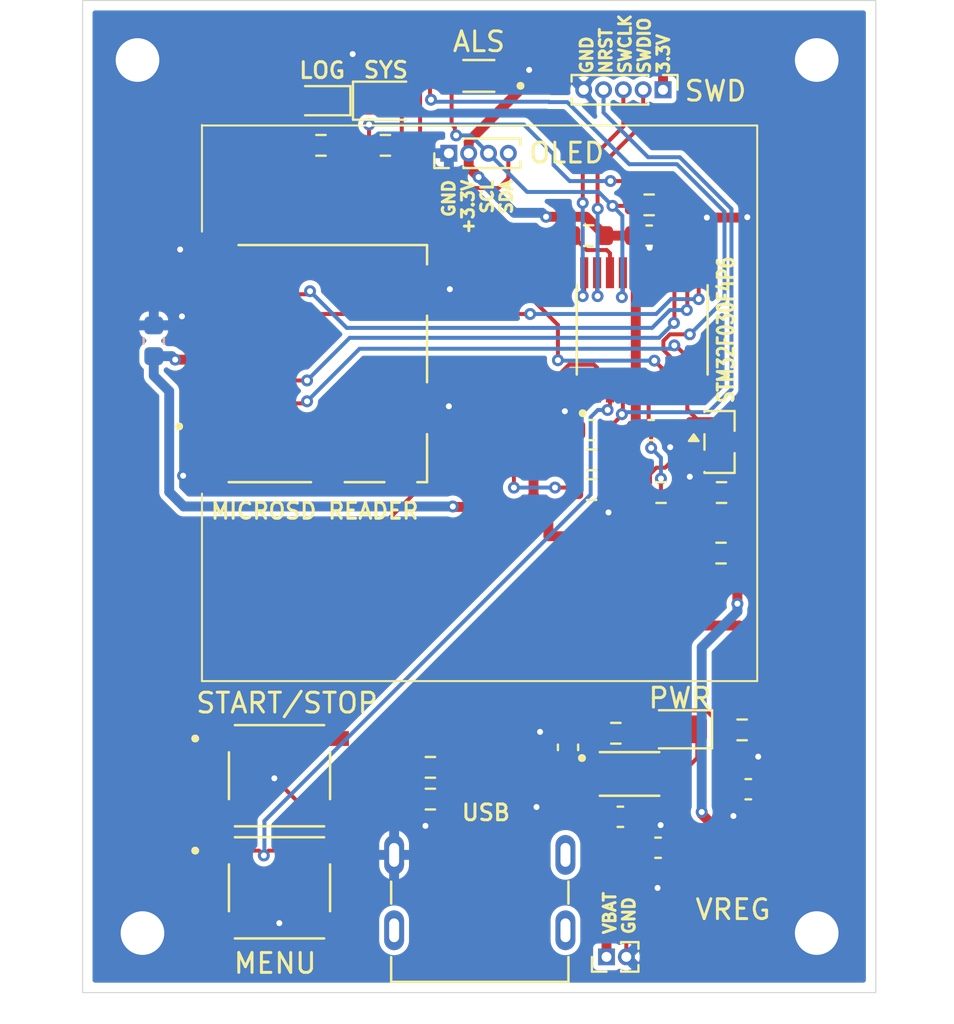
<source format=kicad_pcb>
(kicad_pcb (version 20241229) (generator "pcbnew") (generator_version "9.0")
  (layers (0 "F.Cu" signal) (2 "B.Cu" signal) (13 "F.Paste" user) (15 "B.Paste" user) (5 "F.SilkS" user "F.Silkscreen") (7 "B.SilkS" user "B.Silkscreen") (1 "F.Mask" user) (3 "B.Mask" user) (25 "Edge.Cuts" user))
  (net 0 "")
  (net 1 "GND")
  (net 2 "/VBAT")
  (net 3 "+3.3V")
  (net 4 "/NRST")
  (net 5 "/5V_IN")
  (net 6 "Net-(D1-A)")
  (net 7 "Net-(D1-K)")
  (net 8 "Net-(D2-A)")
  (net 9 "Net-(D3-A)")
  (net 10 "/SPI_SCK")
  (net 11 "/SPI_MOSI")
  (net 12 "Net-(J1-CC2)")
  (net 13 "/SPI_MISO")
  (net 14 "Net-(J1-CC1)")
  (net 15 "/SD_CS")
  (net 20 "/SWDIO")
  (net 21 "/SWCLK")
  (net 22 "/SDA")
  (net 23 "/SCL")
  (net 24 "/BATT_EN")
  (net 25 "Net-(Q1-D)")
  (net 26 "Net-(U3-PROG)")
  (net 27 "Net-(U4-BOOT0)")
  (net 28 "/LED_G")
  (net 29 "/LED_R")
  (net 30 "/BATT_MON")
  (net 31 "/BTN_1")
  (net 32 "/BTN_2")
  (net 33 "/BH_RST")
  (footprint "Capacitor_SMD:C_0603_1608Metric" (layer "F.Cu") (at 152.05 54.35)
    (property "Reference" "C7" (hide yes))
    (property "Value" "0.1μF")
  )
  (footprint "MountingHole:MountingHole_2.2mm_M2_Pad" (layer "F.Cu") (at 126.5 89.5)
    (property "Reference" "H3" (hide yes))
    (property "Value" "MountingHole_Pad")
  )
  (footprint "Homework_Library:CUI_UJC-HP-3-SMT-TR" (layer "F.Cu") (at 143.51 85.56)
    (property "Reference" "J1" (hide yes))
    (property "Value" "USB_C_Receptacle_PowerOnly_6P")
  )
  (footprint "Homework_Library:MCP1700T-3302E_MB" (layer "F.Cu") (at 155.8 85.2 90)
    (property "Reference" "U2" (hide yes))
    (property "Value" "MCP1700T-3302E_MB")
  )
  (footprint "MountingHole:MountingHole_2.2mm_M2_Pad" (layer "F.Cu") (at 160.5 45.5)
    (property "Reference" "H2" (hide yes))
    (property "Value" "MountingHole_Pad")
  )
  (footprint "Capacitor_SMD:C_0603_1608Metric" (layer "F.Cu") (at 152.5 85.2 180)
    (property "Reference" "C1" (hide yes))
    (property "Value" "4.7μF")
  )
  (footprint "Homework_Library:MOLEX_104031-0811" (layer "F.Cu") (at 135.15 60.8 -90)
    (property "Reference" "J2" (hide yes))
    (property "Value" "104031-0811")
  )
  (footprint "MountingHole:MountingHole_2.2mm_M2_Pad" (layer "F.Cu") (at 126.25 45.5)
    (property "Reference" "H1" (hide yes))
    (property "Value" "MountingHole_Pad")
  )
  (footprint "MountingHole:MountingHole_2.2mm_M2_Pad" (layer "F.Cu") (at 160.5 89.5)
    (property "Reference" "H4" (hide yes))
    (property "Value" "MountingHole_Pad")
  )
  (footprint "Package_TO_SOT_SMD:SOT-23" (layer "F.Cu") (at 155.6 64.75)
    (property "Reference" "Q1" (hide yes))
    (property "Value" "2N7002")
  )
  (footprint "LED_SMD:LED_0603_1608Metric" (layer "F.Cu") (at 135.5 47.55 180)
    (property "Reference" "D3" (hide yes))
    (property "Value" "LED")
  )
  (footprint "Resistor_SMD:R_0603_1608Metric" (layer "F.Cu") (at 149.15 65.65 180)
    (property "Reference" "R4" (hide yes))
    (property "Value" "10kOhm")
  )
  (footprint "Resistor_SMD:R_0603_1608Metric" (layer "F.Cu") (at 155.675 70.35 180)
    (property "Reference" "R9" (hide yes))
    (property "Value" "100kOhm")
  )
  (footprint "Connector_PinHeader_1.00mm:PinHeader_1x04_P1.00mm_Vertical" (layer "F.Cu") (at 141.95 50.2 90)
    (property "Reference" "J4" (hide yes))
    (property "Value" "OLED")
  )
  (footprint "Capacitor_SMD:C_0603_1608Metric" (layer "F.Cu") (at 152.15 64.15)
    (property "Reference" "C8" (hide yes))
    (property "Value" "0.1μF")
  )
  (footprint "Resistor_SMD:R_0603_1608Metric" (layer "F.Cu") (at 138.75 49.8 180)
    (property "Reference" "R7" (hide yes))
    (property "Value" "330 Ohm")
  )
  (footprint "Resistor_SMD:R_0603_1608Metric" (layer "F.Cu") (at 149 54.35 180)
    (property "Reference" "R13" (hide yes))
    (property "Value" "4.7kOhm")
  )
  (footprint "Homework_Library:SOP65P640X120-20N" (layer "F.Cu") (at 151.7 59.1 90)
    (property "Reference" "U4" (hide yes))
    (property "Value" "STM32F030F4P6")
  )
  (footprint "Resistor_SMD:R_0603_1608Metric" (layer "F.Cu") (at 156.74 79.26)
    (property "Reference" "R5" (hide yes))
    (property "Value" "6.8kOhm")
  )
  (footprint "Resistor_SMD:R_0603_1608Metric" (layer "F.Cu") (at 155.7 67.3)
    (property "Reference" "R10" (hide yes))
    (property "Value" "100kOhm")
  )
  (footprint "Resistor_SMD:R_0603_1608Metric" (layer "F.Cu") (at 135.5 49.8)
    (property "Reference" "R8" (hide yes))
    (property "Value" "330 Ohm")
  )
  (footprint "Resistor_SMD:R_0603_1608Metric" (layer "F.Cu") (at 141.02 81.1475 180)
    (property "Reference" "R3" (hide yes))
    (property "Value" "5.1kOhm")
  )
  (footprint "Capacitor_SMD:C_0603_1608Metric" (layer "F.Cu") (at 150.6 83.64 180)
    (property "Reference" "C4" (hide yes))
    (property "Value" "4.7μF")
  )
  (footprint "Capacitor_SMD:C_0603_1608Metric" (layer "F.Cu") (at 149.15 64.15 180)
    (property "Reference" "C5" (hide yes))
    (property "Value" "0.1μF")
  )
  (footprint "Homework_Library:MCP73831-2ACI_MC" (layer "F.Cu") (at 151.0625 81.48)
    (property "Reference" "U3" (hide yes))
    (property "Value" "MCP73831-2ACI_MC")
  )
  (footprint "Connector_PinHeader_1.00mm:PinHeader_1x05_P1.00mm_Vertical" (layer "F.Cu") (at 152.75 47 -90)
    (property "Reference" "J3" (hide yes))
    (property "Value" "SWD")
  )
  (footprint "Capacitor_SMD:C_0603_1608Metric" (layer "F.Cu") (at 157.05 82.25 180)
    (property "Reference" "C3" (hide yes))
    (property "Value" "1μF")
  )
  (footprint "Resistor_SMD:R_0603_1608Metric" (layer "F.Cu") (at 152.05 52.8 180)
    (property "Reference" "R12" (hide yes))
    (property "Value" "4.7kOhm")
  )
  (footprint "Resistor_SMD:R_0603_1608Metric" (layer "F.Cu") (at 141.02 82.7475 180)
    (property "Reference" "R2" (hide yes))
    (property "Value" "5.1kOhm")
  )
  (footprint "Homework_Library:XDCR_BH1750FVI-TR" (layer "F.Cu") (at 143.4625 46.3 180)
    (property "Reference" "U1" (hide yes))
    (property "Value" "BH1750FVI-TR")
  )
  (footprint "Resistor_SMD:R_0603_1608Metric" (layer "F.Cu") (at 149.15 67.15)
    (property "Reference" "R6" (hide yes))
    (property "Value" "10kOhm")
  )
  (footprint "Homework_Library:SW_TS-1187A-B-A-B" (layer "F.Cu") (at 133.41 87.22)
    (property "Reference" "S2" (hide yes))
    (property "Value" "TS-1187A-B-A-B")
  )
  (footprint "Homework_Library:SW_TS-1187A-B-A-B" (layer "F.Cu") (at 133.41 81.57)
    (property "Reference" "S1" (hide yes))
    (property "Value" "TS-1187A-B-A-B")
  )
  (footprint "Resistor_SMD:R_0603_1608Metric" (layer "F.Cu") (at 152.65 67.3)
    (property "Reference" "R11" (hide yes))
    (property "Value" "10kOhm")
  )
  (footprint "Capacitor_SMD:C_0603_1608Metric" (layer "F.Cu") (at 147.96 80.14 90)
    (property "Reference" "C2" (hide yes))
    (property "Value" "4.7μF")
  )
  (footprint "Connector_PinHeader_1.00mm:PinHeader_1x02_P1.00mm_Vertical" (layer "F.Cu") (at 149.9 90.7 90)
    (property "Reference" "J5" (hide yes))
    (property "Value" "Battery")
  )
  (footprint "LED_SMD:LED_0805_2012Metric" (layer "F.Cu") (at 153.54 79.23 180)
    (property "Reference" "D1" (hide yes))
    (property "Value" "LED")
  )
  (footprint "Resistor_SMD:R_0603_1608Metric" (layer "F.Cu") (at 150.37 79.43 180)
    (property "Reference" "R1" (hide yes))
    (property "Value" "1kOhm")
  )
  (footprint "LED_SMD:LED_0805_2012Metric" (layer "F.Cu") (at 138.8 47.55)
    (property "Reference" "D2" (hide yes))
    (property "Value" "LED")
  )
  (footprint "Capacitor_SMD:C_0603_1608Metric" (layer "B.Cu") (at 127.07 59.65 90)
    (property "Reference" "C6" (hide yes))
    (property "Value" "0.1μF")
  )
  (gr_line (start 157.5 76.8) (end 129.5 76.8) (stroke (width 0.1)) (layer "F.SilkS"))
  (gr_line (start 129.5 76.8) (end 129.5 67.35) (stroke (width 0.1)) (layer "F.SilkS"))
  (gr_line (start 157.5 48.8) (end 157.5 76.8) (stroke (width 0.1)) (layer "F.SilkS"))
  (gr_line (start 129.5 48.8) (end 157.5 48.8) (stroke (width 0.1)) (layer "F.SilkS"))
  (gr_line (start 129.5 48.775) (end 129.5 54.15) (stroke (width 0.1)) (layer "F.SilkS"))
  (gr_rect (start 123.48 42.5) (end 163.48 92.5) (stroke (width 0.05)) (fill no) (layer "Edge.Cuts"))
  (gr_text "VBAT\nGND" (at 151.38 89.63 90) (layer "F.SilkS") (effects (font (size 0.6 0.6) (thickness 0.15) (bold yes)) (justify left bottom)))
  (gr_text "START/STOP\n" (at 129.12 78.49 0) (layer "F.SilkS") (effects (font (size 1 1)) (justify left bottom)))
  (gr_text "GND\n+3.3V\nSCL\nSDA" (at 145.2 51.46 90) (layer "F.SilkS") (effects (font (size 0.6 0.6) (thickness 0.15) (bold yes)) (justify right bottom)))
  (gr_text "GND\nNRST\nSWCLK\nSWDIO\n3.3V" (at 153.1175 46.255 90) (layer "F.SilkS") (effects (font (size 0.6 0.6) (thickness 0.15) (bold yes)) (justify left bottom)))
  (gr_text "PWR\n" (at 151.93 78.24 0) (layer "F.SilkS") (effects (font (size 1 1)) (justify left bottom)))
  (gr_text "STM32F030F4P6" (at 156.39 62.87 90) (layer "F.SilkS") (effects (font (size 0.8 0.6) (thickness 0.15) (bold yes)) (justify left bottom)))
  (gr_text "MICROSD READER" (at 129.87 68.7 0) (layer "F.SilkS") (effects (font (size 0.8 0.8) (thickness 0.15) (bold yes)) (justify left bottom)))
  (gr_text "OLED\n" (at 145.91 50.77 0) (layer "F.SilkS") (effects (font (size 1 1)) (justify left bottom)))
  (gr_text "SYS\n" (at 137.57 46.47 0) (layer "F.SilkS") (effects (font (size 0.8 0.8) (thickness 0.15) (bold yes)) (justify left bottom)))
  (gr_text "SWD\n" (at 153.75 47.65 0) (layer "F.SilkS") (effects (font (size 1 1)) (justify left bottom)))
  (gr_text "MENU\n" (at 131.02 91.61 0) (layer "F.SilkS") (effects (font (size 1 1)) (justify left bottom)))
  (gr_text "LOG\n" (at 134.32 46.49 0) (layer "F.SilkS") (effects (font (size 0.8 0.8) (thickness 0.15) (bold yes)) (justify left bottom)))
  (gr_text "VREG" (at 154.3 88.9 0) (layer "F.SilkS") (effects (font (size 1 1)) (justify left bottom)))
  (gr_text "USB" (at 142.52 83.8975 0) (layer "F.SilkS") (effects (font (size 0.8 0.8) (thickness 0.15) (bold yes)) (justify left bottom)))
  (gr_text "ALS" (at 142.06 45.16 0) (layer "F.SilkS") (effects (font (size 1 1)) (justify left bottom)))
  (segment (start 128.505 58.405) (end 128.49 58.42) (width 0.5) (layer "F.Cu") (net 1))
  (segment (start 154.6625 65.9375) (end 154.1 66.5) (width 0.2) (layer "F.Cu") (net 1))
  (segment (start 146.37 83.1475) (end 146.37 85.2775) (width 0.2) (layer "F.Cu") (net 1))
  (segment (start 154.96 53.44) (end 156.98 53.44) (width 0.5) (layer "F.Cu") (net 1))
  (segment (start 129.74 66.45) (end 129.825 66.365) (width 0.2) (layer "F.Cu") (net 1))
  (segment (start 134.895 83.445) (end 133.15 81.7) (width 0.2) (layer "F.Cu") (net 1))
  (segment (start 153.475 67.125) (end 154.1 66.5) (width 0.2) (layer "F.Cu") (net 1))
  (segment (start 133.495 89.095) (end 133.4 89) (width 0.2) (layer "F.Cu") (net 1))
  (segment (start 136.2875 47.1125) (end 136.2875 47.55) (width 0.2) (layer "F.Cu") (net 1))
  (segment (start 140.195 83.8725) (end 140.195 82.7475) (width 0.2) (layer "F.Cu") (net 1))
  (segment (start 140.525 57.07) (end 141.98 57.07) (width 0.2) (layer "F.Cu") (net 1))
  (segment (start 137.1 46.3) (end 136.2875 47.1125) (width 0.2) (layer "F.Cu") (net 1))
  (segment (start 140.77 85.3775) (end 140.75 85.3975) (width 0.2) (layer "F.Cu") (net 1))
  (segment (start 137.1 46.8875) (end 137.7625 47.55) (width 0.2) (layer "F.Cu") (net 1))
  (segment (start 130.41 89.095) (end 133.305 89.095) (width 0.2) (layer "F.Cu") (net 1))
  (segment (start 152.075 55.1) (end 152.025 55.15) (width 0.2) (layer "F.Cu") (net 1))
  (segment (start 151.375 83.64) (end 151.365 83.64) (width 0.2) (layer "F.Cu") (net 1))
  (segment (start 151.125 83.4) (end 151.125 81.5425) (width 0.2) (layer "F.Cu") (net 1))
  (segment (start 152.63 84.06) (end 151.725 84.965) (width 0.2) (layer "F.Cu") (net 1))
  (segment (start 144.8375 46) (end 144.8375 46.3) (width 0.2) (layer "F.Cu") (net 1))
  (segment (start 149.975 67.15) (end 149.975 68.275) (width 0.2) (layer "F.Cu") (net 1))
  (segment (start 140.42 84.0975) (end 140.195 83.8725) (width 0.2) (layer "F.Cu") (net 1))
  (segment (start 151.365 83.64) (end 151.125 83.4) (width 0.2) (layer "F.Cu") (net 1))
  (segment (start 147.945 79.365) (end 147.96 79.365) (width 0.2) (layer "F.Cu") (net 1))
  (segment (start 137.1 46.3) (end 137.1 46.8875) (width 0.2) (layer "F.Cu") (net 1))
  (segment (start 140.77 84.0975) (end 140.77 85.3775) (width 0.2) (layer "F.Cu") (net 1))
  (segment (start 141.86 63.04) (end 141.95 62.95) (width 0.2) (layer "F.Cu") (net 1))
  (segment (start 153 86.7) (end 152.475 87.225) (width 0.2) (layer "F.Cu") (net 1))
  (segment (start 137.1 45.2) (end 137.1 46.3) (width 0.2) (layer "F.Cu") (net 1))
  (segment (start 146.55 79.36) (end 147.94 79.36) (width 0.2) (layer "F.Cu") (net 1))
  (segment (start 144.8375 45.8) (end 144.8375 46) (width 0.2) (layer "F.Cu") (net 1))
  (segment (start 151.2325 81.15) (end 150.9825 80.9) (width 0.2) (layer "F.Cu") (net 1))
  (segment (start 157.55 80.08) (end 157.545 80.075) (width 0.2) (layer "F.Cu") (net 1))
  (segment (start 152.210658 54.964342) (end 152.825 54.35) (width 0.2) (layer "F.Cu") (net 1))
  (segment (start 152.475 87.225) (end 150.9 88.8) (width 0.2) (layer "F.Cu") (net 1))
  (segment (start 156.275 82.25) (end 156.275 83.575) (width 0.2) (layer "F.Cu") (net 1))
  (segment (start 152.63 84.06) (end 151.795 84.06) (width 0.2) (layer "F.Cu") (net 1))
  (segment (start 147.8 63.2) (end 147.8 63.575) (width 0.2) (layer "F.Cu") (net 1))
  (segment (start 156.98 53.44) (end 157 53.42) (width 0.5) (layer "F.Cu") (net 1))
  (segment (start 147.94 79.36) (end 147.945 79.365) (width 0.2) (layer "F.Cu") (net 1))
  (segment (start 157.545 79.28) (end 157.565 79.26) (width 0.2) (layer "F.Cu") (net 1))
  (segment (start 140.77 84.0975) (end 140.42 84.0975) (width 0.2) (layer "F.Cu") (net 1))
  (segment (start 157.55 80.61) (end 157.55 80.08) (width 0.2) (layer "F.Cu") (net 1))
  (segment (start 144.8375 46) (end 146 46) (width 0.2) (layer "F.Cu") (net 1))
  (segment (start 151.725 84.965) (end 151.725 85.2) (width 0.2) (layer "F.Cu") (net 1))
  (segment (start 129.7 58.405) (end 128.505 58.405) (width 0.5) (layer "F.Cu") (net 1))
  (segment (start 153.475 67.3) (end 153.475 67.125) (width 0.2) (layer "F.Cu") (net 1))
  (segment (start 152.925 64.15) (end 152.925 64.825) (width 0.2) (layer "F.Cu") (net 1))
  (segment (start 130.41 83.445) (end 131.405 83.445) (width 0.2) (layer "F.Cu") (net 1))
  (segment (start 157.545 80.075) (end 157.545 79.28) (width 0.2) (layer "F.Cu") (net 1))
  (segment (start 147.8 63.575) (end 148.375 64.15) (width 0.2) (layer "F.Cu") (net 1))
  (segment (start 156.275 83.575) (end 156.3 83.6) (width 0.2) (layer "F.Cu") (net 1))
  (segment (start 152.925 64.825) (end 153.111091 65.011091) (width 0.2) (layer "F.Cu") (net 1))
  (segment (start 150.9 88.8) (end 150.9 90.7) (width 0.2) (layer "F.Cu") (net 1))
  (segment (start 141.98 57.07) (end 142 57.05) (width 0.2) (layer "F.Cu") (net 1))
  (segment (start 151.3125 81.73) (end 151.0625 81.48) (width 0.2) (layer "F.Cu") (net 1))
  (segment (start 152.025 55.15) (end 152.025 56.22) (width 0.2) (layer "F.Cu") (net 1))
  (segment (start 140.525 63.04) (end 141.86 63.04) (width 0.2) (layer "F.Cu") (net 1))
  (segment (start 131.405 83.445) (end 133.15 81.7) (width 0.2) (layer "F.Cu") (net 1))
  (segment (start 152.075 54.964342) (end 152.210658 54.964342) (width 0.2) (layer "F.Cu") (net 1))
  (segment (start 128.4 55.05) (end 130.045 55.05) (width 0.2) (layer "F.Cu") (net 1))
  (segment (start 152.075 54.964342) (end 152.075 55.1) (width 0.2) (layer "F.Cu") (net 1))
  (segment (start 157.8 86.7) (end 153 86.7) (width 0.2) (layer "F.Cu") (net 1))
  (segment (start 146.37 85.2775) (end 146.25 85.3975) (width 0.2) (layer "F.Cu") (net 1))
  (segment (start 154.6625 65.7) (end 154.6625 65.9375) (width 0.2) (layer "F.Cu") (net 1))
  (segment (start 137.7625 47.55) (end 137.8625 47.55) (width 0.2) (layer "F.Cu") (net 1))
  (segment (start 151.795 84.06) (end 151.375 83.64) (width 0.2) (layer "F.Cu") (net 1))
  (segment (start 133.305 89.095) (end 133.4 89) (width 0.2) (layer "F.Cu") (net 1))
  (segment (start 140.195 81.1475) (end 140.195 82.7475) (width 0.2) (layer "F.Cu") (net 1))
  (segment (start 136.41 83.445) (end 134.895 83.445) (width 0.2) (layer "F.Cu") (net 1))
  (segment (start 128.55 66.45) (end 129.74 66.45) (width 0.2) (layer "F.Cu") (net 1))
  (segment (start 136.41 89.095) (end 133.495 89.095) (width 0.2) (layer "F.Cu") (net 1))
  (segment (start 151.125 81.5425) (end 151.0625 81.48) (width 0.2) (layer "F.Cu") (net 1))
  (segment (start 152.4975 81.73) (end 151.3125 81.73) (width 0.2) (layer "F.Cu") (net 1))
  (segment (start 149.975 68.275) (end 150 68.3) (width 0.2) (layer "F.Cu") (net 1))
  (segment (start 130.045 55.05) (end 130.05 55.045) (width 0.2) (layer "F.Cu") (net 1))
  (via (at 137.1 45.2) (size 0.6) (drill 0.3) (layers "F.Cu" "B.Cu") (net 1))
  (via (at 154.1 66.5) (size 0.6) (drill 0.3) (layers "F.Cu" "B.Cu") (net 1))
  (via (at 152.075 54.964342) (size 0.6) (drill 0.3) (layers "F.Cu" "B.Cu") (net 1))
  (via (at 150 68.3) (size 0.6) (drill 0.3) (layers "F.Cu" "B.Cu") (net 1))
  (via (at 128.49 58.42) (size 0.6) (drill 0.3) (layers "F.Cu" "B.Cu") (net 1))
  (via (at 142 57.05) (size 0.6) (drill 0.3) (layers "F.Cu" "B.Cu") (net 1))
  (via (at 146 46) (size 0.6) (drill 0.3) (layers "F.Cu" "B.Cu") (net 1))
  (via (at 146.55 79.36) (size 0.6) (drill 0.3) (layers "F.Cu" "B.Cu") (net 1))
  (via (at 141.95 62.95) (size 0.6) (drill 0.3) (layers "F.Cu" "B.Cu") (net 1))
  (via (at 154.96 53.44) (size 0.6) (drill 0.3) (layers "F.Cu" "B.Cu") (net 1))
  (via (at 128.55 66.45) (size 0.6) (drill 0.3) (layers "F.Cu" "B.Cu") (net 1))
  (via (at 156.3 83.6) (size 0.6) (drill 0.3) (layers "F.Cu" "B.Cu") (net 1))
  (via (at 153.111091 65.011091) (size 0.6) (drill 0.3) (layers "F.Cu" "B.Cu") (net 1))
  (via (at 133.15 81.7) (size 0.6) (drill 0.3) (layers "F.Cu" "B.Cu") (net 1))
  (via (at 157 53.42) (size 0.6) (drill 0.3) (layers "F.Cu" "B.Cu") (net 1))
  (via (at 147.8 63.2) (size 0.6) (drill 0.3) (layers "F.Cu" "B.Cu") (net 1))
  (via (at 152.475 87.225) (size 0.6) (drill 0.3) (layers "F.Cu" "B.Cu") (net 1))
  (via (at 157.55 80.61) (size 0.6) (drill 0.3) (layers "F.Cu" "B.Cu") (net 1))
  (via (at 128.4 55.05) (size 0.6) (drill 0.3) (layers "F.Cu" "B.Cu") (net 1))
  (via (at 152.63 84.06) (size 0.6) (drill 0.3) (layers "F.Cu" "B.Cu") (net 1))
  (via (at 146.37 83.1475) (size 0.6) (drill 0.3) (layers "F.Cu" "B.Cu") (net 1))
  (via (at 140.77 84.0975) (size 0.6) (drill 0.3) (layers "F.Cu" "B.Cu") (net 1))
  (via (at 133.4 89) (size 0.6) (drill 0.3) (layers "F.Cu" "B.Cu") (net 1))
  (segment (start 128.04 58.87) (end 128.49 58.42) (width 0.5) (layer "B.Cu") (net 1))
  (segment (start 127.07 58.875) (end 127.075 58.87) (width 0.5) (layer "B.Cu") (net 1))
  (segment (start 127.075 58.87) (end 128.04 58.87) (width 0.5) (layer "B.Cu") (net 1))
  (segment (start 149.63 82.2325) (end 149.6275 82.23) (width 0.5) (layer "F.Cu") (net 2))
  (segment (start 149.9 86.5) (end 149.9 83.715) (width 0.5) (layer "F.Cu") (net 2))
  (segment (start 149.63 83.08) (end 149.63 82.2325) (width 0.5) (layer "F.Cu") (net 2))
  (segment (start 154.7 83.4) (end 154.7 83.5) (width 0.5) (layer "F.Cu") (net 2))
  (segment (start 149.825 83.275) (end 149.63 83.08) (width 0.5) (layer "F.Cu") (net 2))
  (segment (start 149.6275 81.73) (end 149.6275 82.23) (width 0.2) (layer "F.Cu") (net 2))
  (segment (start 151.975 86.5) (end 153.275 85.2) (width 0.5) (layer "F.Cu") (net 2))
  (segment (start 149.9 86.5) (end 149.9 90.7) (width 0.5) (layer "F.Cu") (net 2))
  (segment (start 154.7 83.5) (end 156.4 85.2) (width 0.5) (layer "F.Cu") (net 2))
  (segment (start 149.9 86.5) (end 151.975 86.5) (width 0.5) (layer "F.Cu") (net 2))
  (segment (start 156.4 85.2) (end 153.275 85.2) (width 0.5) (layer "F.Cu") (net 2))
  (segment (start 156.5 72.9) (end 156.5 70.35) (width 0.5) (layer "F.Cu") (net 2))
  (segment (start 149.825 83.64) (end 149.825 83.275) (width 0.5) (layer "F.Cu") (net 2))
  (via (at 154.7 83.4) (size 0.6) (drill 0.3) (layers "F.Cu" "B.Cu") (net 2))
  (via (at 156.5 72.9) (size 0.6) (drill 0.3) (layers "F.Cu" "B.Cu") (net 2))
  (segment (start 154.7 75.1) (end 154.7 83.4) (width 0.5) (layer "B.Cu") (net 2))
  (segment (start 156.5 72.9) (end 156.5 73.3) (width 0.5) (layer "B.Cu") (net 2))
  (segment (start 156.5 73.3) (end 154.7 75.1) (width 0.5) (layer "B.Cu") (net 2))
  (segment (start 146.614 46.914) (end 145.63496 46.914) (width 0.5) (layer "F.Cu") (net 3))
  (segment (start 151.024 68.476) (end 151.024 64.501) (width 0.5) (layer "F.Cu") (net 3))
  (segment (start 157.825 82.25) (end 158.62 81.455) (width 0.5) (layer "F.Cu") (net 3))
  (segment (start 149.825 54.35) (end 151.275 54.35) (width 0.5) (layer "F.Cu") (net 3))
  (segment (start 144.8375 46.8) (end 145.55 46.8) (width 0.2) (layer "F.Cu") (net 3))
  (segment (start 147.778 45.75) (end 152.75 45.75) (width 0.5) (layer "F.Cu") (net 3))
  (segment (start 151.375 64.15) (end 151.375 61.98) (width 0.5) (layer "F.Cu") (net 3))
  (segment (start 148.876 53.401) (end 149.825 54.35) (width 0.5) (layer "F.Cu") (net 3))
  (segment (start 148.325 65.65) (end 148.315 65.66) (width 0.5) (layer "F.Cu") (net 3))
  (segment (start 151.275 54.35) (end 151.375 54.45) (width 0.5) (layer "F.Cu") (net 3))
  (segment (start 151.375 56.22) (end 151.375 61.98) (width 0.5) (layer "F.Cu") (net 3))
  (segment (start 148.001 53.401) (end 148.876 53.401) (width 0.5) (layer "F.Cu") (net 3))
  (segment (start 153.5 74) (end 149 69.5) (width 0.5) (layer "F.Cu") (net 3))
  (segment (start 146.22 67.458) (end 146.22 65.79) (width 0.5) (layer "F.Cu") (net 3))
  (segment (start 148.315 65.66) (end 146.33 65.66) (width 0.5) (layer "F.Cu") (net 3))
  (segment (start 148 53.4) (end 148.001 53.401) (width 0.5) (layer "F.Cu") (net 3))
  (segment (start 146.614 46.914) (end 145.664 46.914) (width 0.5) (layer "F.Cu") (net 3))
  (segment (start 156.6 74) (end 153.5 74) (width 0.5) (layer "F.Cu") (net 3))
  (segment (start 128.15 60.6) (end 129.695 60.6) (width 0.5) (layer "F.Cu") (net 3))
  (segment (start 151.024 64.501) (end 151.375 64.15) (width 0.5) (layer "F.Cu") (net 3))
  (segment (start 151.375 54.45) (end 151.375 56.22) (width 0.5) (layer "F.Cu") (net 3))
  (segment (start 142.95 50.9) (end 143.45 51.4) (width 0.5) (layer "F.Cu") (net 3))
  (segment (start 146.97 68.208) (end 146.22 67.458) (width 0.5) (layer "F.Cu") (net 3))
  (segment (start 158.62 76.02) (end 156.6 74) (width 0.5) (layer "F.Cu") (net 3))
  (segment (start 146.33 65.66) (end 146.21 65.78) (width 0.5) (layer "F.Cu") (net 3))
  (segment (start 150.175 70.675) (end 150.175 69.325) (width 0.5) (layer "F.Cu") (net 3))
  (segment (start 158.62 81.455) (end 158.62 76.02) (width 0.5) (layer "F.Cu") (net 3))
  (segment (start 149 69.5) (end 146.97 69.5) (width 0.5) (layer "F.Cu") (net 3))
  (segment (start 152.875 52.8) (end 152.825 52.8) (width 0.5) (layer "F.Cu") (net 3))
  (segment (start 129.695 60.6) (end 129.7 60.605) (width 0.5) (layer "F.Cu") (net 3))
  (segment (start 157.825 82.25) (end 157.825 83.675) (width 0.5) (layer "F.Cu") (net 3))
  (segment (start 145.63496 46.914) (end 142.95 49.59896) (width 0.5) (layer "F.Cu") (net 3))
  (segment (start 146.97 69.5) (end 146.97 68.208) (width 0.5) (layer "F.Cu") (net 3))
  (segment (start 142.95 50.2) (end 142.95 50.9) (width 0.5) (layer "F.Cu") (net 3))
  (segment (start 146.614 46.914) (end 147.778 45.75) (width 0.5) (layer "F.Cu") (net 3))
  (segment (start 157.825 83.675) (end 157.8 83.7) (width 0.5) (layer "F.Cu") (net 3))
  (segment (start 150.175 69.325) (end 151.024 68.476) (width 0.5) (layer "F.Cu") (net 3))
  (segment (start 145.664 46.914) (end 145.55 46.8) (width 0.5) (layer "F.Cu") (net 3))
  (segment (start 146.22 65.79) (end 146.21 65.78) (width 0.5) (layer "F.Cu") (net 3))
  (segment (start 142.174 68.024) (end 145.654 68.024) (width 0.5) (layer "F.Cu") (net 3))
  (segment (start 152.825 52.8) (end 151.275 54.35) (width 0.5) (layer "F.Cu") (net 3))
  (segment (start 146.22 67.458) (end 145.654 68.024) (width 0.5) (layer "F.Cu") (net 3))
  (segment (start 142.95 49.59896) (end 142.95 50.2) (width 0.5) (layer "F.Cu") (net 3))
  (segment (start 142.15 68) (end 142.174 68.024) (width 0.5) (layer "F.Cu") (net 3))
  (segment (start 152.75 45.75) (end 152.75 47) (width 0.5) (layer "F.Cu") (net 3))
  (segment (start 146.85 53.4) (end 148 53.4) (width 0.5) (layer "F.Cu") (net 3))
  (via (at 143.45 51.4) (size 0.6) (drill 0.3) (layers "F.Cu" "B.Cu") (net 3))
  (via (at 142.15 68) (size 0.6) (drill 0.3) (layers "F.Cu" "B.Cu") (net 3))
  (via (at 128.15 60.6) (size 0.6) (drill 0.3) (layers "F.Cu" "B.Cu") (net 3))
  (via (at 146.85 53.4) (size 0.6) (drill 0.3) (layers "F.Cu" "B.Cu") (net 3))
  (segment (start 146.65 53.2) (end 145.25 53.2) (width 0.5) (layer "B.Cu") (net 3))
  (segment (start 127.07 60.425) (end 127.975 60.425) (width 0.5) (layer "B.Cu") (net 3))
  (segment (start 127.07 61.41) (end 127.849 62.189) (width 0.5) (layer "B.Cu") (net 3))
  (segment (start 127.07 60.425) (end 127.07 61.41) (width 0.5) (layer "B.Cu") (net 3))
  (segment (start 146.85 53.4) (end 146.65 53.2) (width 0.5) (layer "B.Cu") (net 3))
  (segment (start 128.58 68) (end 142.15 68) (width 0.5) (layer "B.Cu") (net 3))
  (segment (start 127.849 62.189) (end 127.849 67.269) (width 0.5) (layer "B.Cu") (net 3))
  (segment (start 127.849 67.269) (end 128.58 68) (width 0.5) (layer "B.Cu") (net 3))
  (segment (start 127.975 60.425) (end 128.15 60.6) (width 0.5) (layer "B.Cu") (net 3))
  (segment (start 145.25 53.2) (end 143.45 51.4) (width 0.5) (layer "B.Cu") (net 3))
  (segment (start 150.725 61.98) (end 150.725 63.35) (width 0.2) (layer "F.Cu") (net 4))
  (segment (start 149.925 65.6) (end 149.975 65.65) (width 0.2) (layer "F.Cu") (net 4))
  (segment (start 149.925 64.15) (end 149.925 65.6) (width 0.2) (layer "F.Cu") (net 4))
  (segment (start 150.725 63.35) (end 149.925 64.15) (width 0.2) (layer "F.Cu") (net 4))
  (via (at 150.675 63.35) (size 0.6) (drill 0.3) (layers "F.Cu" "B.Cu") (net 4))
  (segment (start 155.05 63.25) (end 150.775 63.25) (width 0.2) (layer "B.Cu") (net 4))
  (segment (start 149.75 48.15) (end 151.999 50.399) (width 0.2) (layer "B.Cu") (net 4))
  (segment (start 151.999 50.399) (end 153.595389 50.399) (width 0.2) (layer "B.Cu") (net 4))
  (segment (start 156.201 62.099) (end 155.05 63.25) (width 0.2) (layer "B.Cu") (net 4))
  (segment (start 150.775 63.25) (end 150.675 63.35) (width 0.2) (layer "B.Cu") (net 4))
  (segment (start 156.201 53.004612) (end 156.201 62.099) (width 0.2) (layer "B.Cu") (net 4))
  (segment (start 149.75 47) (end 149.75 48.15) (width 0.2) (layer "B.Cu") (net 4))
  (segment (start 153.595389 50.399) (end 156.201 53.004612) (width 0.2) (layer "B.Cu") (net 4))
  (segment (start 142.77 86.8975) (end 141.98 86.1075) (width 0.5) (layer "F.Cu") (net 5))
  (segment (start 145.02 85.3975) (end 145.02 81.48) (width 0.5) (layer "F.Cu") (net 5))
  (segment (start 149.545 80.6475) (end 149.6275 80.73) (width 0.5) (layer "F.Cu") (net 5))
  (segment (start 148.16 80.715) (end 149.6275 80.715) (width 0.5) (layer "F.Cu") (net 5))
  (segment (start 145.585 80.915) (end 147.96 80.915) (width 0.5) (layer "F.Cu") (net 5))
  (segment (start 149.545 79.43) (end 149.545 80.6475) (width 0.5) (layer "F.Cu") (net 5))
  (segment (start 141.98 86.1075) (end 141.98 85.3975) (width 0.5) (layer "F.Cu") (net 5))
  (segment (start 145.02 85.3975) (end 145.02 86.1975) (width 0.5) (layer "F.Cu") (net 5))
  (segment (start 145.02 81.48) (end 145.585 80.915) (width 0.5) (layer "F.Cu") (net 5))
  (segment (start 144.32 86.8975) (end 142.77 86.8975) (width 0.5) (layer "F.Cu") (net 5))
  (segment (start 149.6275 81.23) (end 149.6275 80.73) (width 0.2) (layer "F.Cu") (net 5))
  (segment (start 145.02 86.1975) (end 144.32 86.8975) (width 0.5) (layer "F.Cu") (net 5))
  (segment (start 147.96 80.915) (end 148.16 80.715) (width 0.5) (layer "F.Cu") (net 5))
  (segment (start 151.195 79.43) (end 152.4025 79.43) (width 0.2) (layer "F.Cu") (net 6))
  (segment (start 152.4025 79.43) (end 152.6025 79.23) (width 0.2) (layer "F.Cu") (net 6))
  (segment (start 154.4775 79.23) (end 154.4775 80.669999) (width 0.2) (layer "F.Cu") (net 7))
  (segment (start 152.917499 82.23) (end 152.4975 82.23) (width 0.2) (layer "F.Cu") (net 7))
  (segment (start 154.4775 80.669999) (end 152.917499 82.23) (width 0.2) (layer "F.Cu") (net 7))
  (segment (start 139.575 47.7125) (end 139.7375 47.55) (width 0.2) (layer "F.Cu") (net 8))
  (segment (start 139.575 49.8) (end 139.575 47.7125) (width 0.2) (layer "F.Cu") (net 8))
  (segment (start 139.4875 49.7125) (end 139.575 49.8) (width 0.2) (layer "F.Cu") (net 8))
  (segment (start 134.675 49.8) (end 134.675 47.5875) (width 0.2) (layer "F.Cu") (net 9))
  (segment (start 134.675 47.5875) (end 134.7125 47.55) (width 0.2) (layer "F.Cu") (net 9))
  (segment (start 154.55 56.295) (end 154.625 56.22) (width 0.2) (layer "F.Cu") (net 10))
  (segment (start 135.3 58.3) (end 146.05 58.3) (width 0.2) (layer "F.Cu") (net 10))
  (segment (start 134.095 59.505) (end 135.3 58.3) (width 0.2) (layer "F.Cu") (net 10))
  (segment (start 129.7 59.505) (end 134.095 59.505) (width 0.2) (layer "F.Cu") (net 10))
  (segment (start 154.55 57.55) (end 154.55 56.295) (width 0.2) (layer "F.Cu") (net 10))
  (segment (start 154.65 56.245) (end 154.625 56.22) (width 0.2) (layer "F.Cu") (net 10))
  (via (at 154.55 57.55) (size 0.6) (drill 0.3) (layers "F.Cu" "B.Cu") (net 10))
  (via (at 146.05 58.3) (size 0.6) (drill 0.3) (layers "F.Cu" "B.Cu") (net 10))
  (segment (start 152.403612 58.3) (end 153.153612 57.55) (width 0.2) (layer "B.Cu") (net 10))
  (segment (start 146.05 58.3) (end 152.403612 58.3) (width 0.2) (layer "B.Cu") (net 10))
  (segment (start 153.153612 57.55) (end 154.55 57.55) (width 0.2) (layer "B.Cu") (net 10))
  (segment (start 153.325 58.725) (end 153.325 56.22) (width 0.2) (layer "F.Cu") (net 11))
  (segment (start 129.7 61.705) (end 129.755 61.65) (width 0.2) (layer "F.Cu") (net 11))
  (segment (start 153.3 58.75) (end 153.325 58.725) (width 0.2) (layer "F.Cu") (net 11))
  (segment (start 129.755 61.65) (end 134.8 61.65) (width 0.2) (layer "F.Cu") (net 11))
  (via (at 153.3 58.75) (size 0.6) (drill 0.3) (layers "F.Cu" "B.Cu") (net 11))
  (via (at 134.8 61.65) (size 0.6) (drill 0.3) (layers "F.Cu" "B.Cu") (net 11))
  (segment (start 134.8 61.65) (end 136.95 59.5) (width 0.2) (layer "B.Cu") (net 11))
  (segment (start 152.2 59.5) (end 152.55 59.5) (width 0.2) (layer "B.Cu") (net 11))
  (segment (start 152.55 59.5) (end 153.3 58.75) (width 0.2) (layer "B.Cu") (net 11))
  (segment (start 136.95 59.5) (end 152.2 59.5) (width 0.2) (layer "B.Cu") (net 11))
  (segment (start 144 85.3975) (end 144 83.3025) (width 0.2) (layer "F.Cu") (net 12))
  (segment (start 144 83.3025) (end 141.845 81.1475) (width 0.2) (layer "F.Cu") (net 12))
  (segment (start 134.795 57.305) (end 129.7 57.305) (width 0.2) (layer "F.Cu") (net 13))
  (segment (start 154.05 56.295) (end 153.975 56.22) (width 0.2) (layer "F.Cu") (net 13))
  (segment (start 134.95 57.15) (end 134.795 57.305) (width 0.2) (layer "F.Cu") (net 13))
  (segment (start 153.975 58.075) (end 153.95 58.1) (width 0.2) (layer "F.Cu") (net 13))
  (segment (start 153.975 56.22) (end 153.975 58.075) (width 0.2) (layer "F.Cu") (net 13))
  (via (at 153.95 58.1) (size 0.6) (drill 0.3) (layers "F.Cu" "B.Cu") (net 13))
  (via (at 134.95 57.15) (size 0.6) (drill 0.3) (layers "F.Cu" "B.Cu") (net 13))
  (segment (start 153.95 58.1) (end 153.1 58.1) (width 0.2) (layer "B.Cu") (net 13))
  (segment (start 152.2 59) (end 136.8 59) (width 0.2) (layer "B.Cu") (net 13))
  (segment (start 153.1 58.1) (end 152.2 59) (width 0.2) (layer "B.Cu") (net 13))
  (segment (start 136.8 59) (end 134.95 57.15) (width 0.2) (layer "B.Cu") (net 13))
  (segment (start 143.02 83.9225) (end 143 83.9425) (width 0.2) (layer "F.Cu") (net 14))
  (segment (start 143 83.9425) (end 143 85.3975) (width 0.2) (layer "F.Cu") (net 14))
  (segment (start 141.845 82.7475) (end 143.02 83.9225) (width 0.2) (layer "F.Cu") (net 14))
  (segment (start 154.625 61.125) (end 154.625 61.98) (width 0.2) (layer "F.Cu") (net 15))
  (segment (start 134.695 62.805) (end 129.7 62.805) (width 0.2) (layer "F.Cu") (net 15))
  (segment (start 153.320075 59.882089) (end 153.382089 59.882089) (width 0.2) (layer "F.Cu") (net 15))
  (segment (start 153.382089 59.882089) (end 154.625 61.125) (width 0.2) (layer "F.Cu") (net 15))
  (segment (start 134.8 62.7) (end 134.695 62.805) (width 0.2) (layer "F.Cu") (net 15))
  (via (at 153.320075 59.882089) (size 0.6) (drill 0.3) (layers "F.Cu" "B.Cu") (net 15))
  (via (at 134.8 62.7) (size 0.6) (drill 0.3) (layers "F.Cu" "B.Cu") (net 15))
  (segment (start 137.45 60.05) (end 134.8 62.7) (width 0.2) (layer "B.Cu") (net 15))
  (segment (start 153.152164 60.05) (end 140.15 60.05) (width 0.2) (layer "B.Cu") (net 15))
  (segment (start 140.15 60.05) (end 137.45 60.05) (width 0.2) (layer "B.Cu") (net 15))
  (segment (start 153.320075 59.882089) (end 153.152164 60.05) (width 0.2) (layer "B.Cu") (net 15))
  (segment (start 149.45 52.985049) (end 149.45 51) (width 0.2) (layer "F.Cu") (net 20))
  (segment (start 149.425 56.22) (end 149.425 57.375) (width 0.2) (layer "F.Cu") (net 20))
  (segment (start 149.45 51) (end 151.75 48.7) (width 0.2) (layer "F.Cu") (net 20))
  (segment (start 149.425 57.375) (end 149.45 57.4) (width 0.2) (layer "F.Cu") (net 20))
  (segment (start 151.75 48.7) (end 151.75 47) (width 0.2) (layer "F.Cu") (net 20))
  (segment (start 149.457677 52.992726) (end 149.45 52.985049) (width 0.2) (layer "F.Cu") (net 20))
  (via (at 149.457677 52.992726) (size 0.6) (drill 0.3) (layers "F.Cu" "B.Cu") (net 20))
  (via (at 149.45 57.4) (size 0.6) (drill 0.3) (layers "F.Cu" "B.Cu") (net 20))
  (segment (start 149.45 57.4) (end 149.45 53.000403) (width 0.2) (layer "B.Cu") (net 20))
  (segment (start 149.45 53.000403) (end 149.457677 52.992726) (width 0.2) (layer "B.Cu") (net 20))
  (segment (start 150.75 48.85) (end 150.75 47) (width 0.2) (layer "F.Cu") (net 21))
  (segment (start 148.775 57.324997) (end 148.699997 57.4) (width 0.2) (layer "F.Cu") (net 21))
  (segment (start 148.775 56.22) (end 148.775 57.324997) (width 0.2) (layer "F.Cu") (net 21))
  (segment (start 148.701904 52.698093) (end 148.701904 50.898096) (width 0.2) (layer "F.Cu") (net 21))
  (segment (start 148.699997 52.7) (end 148.701904 52.698093) (width 0.2) (layer "F.Cu") (net 21))
  (segment (start 148.701904 50.898096) (end 150.75 48.85) (width 0.2) (layer "F.Cu") (net 21))
  (via (at 148.699997 57.4) (size 0.6) (drill 0.3) (layers "F.Cu" "B.Cu") (net 21))
  (via (at 148.699997 52.7) (size 0.6) (drill 0.3) (layers "F.Cu" "B.Cu") (net 21))
  (segment (start 148.699997 52.7) (end 148.699997 57.4) (width 0.2) (layer "B.Cu") (net 21))
  (segment (start 141.35 51.95) (end 144.46 51.95) (width 0.2) (layer "F.Cu") (net 22))
  (segment (start 142.0875 45.8) (end 141.503612 45.8) (width 0.2) (layer "F.Cu") (net 22))
  (segment (start 144.95 51.46) (end 144.95 50.2) (width 0.2) (layer "F.Cu") (net 22))
  (segment (start 150.075 55.24) (end 149.911 55.076) (width 0.2) (layer "F.Cu") (net 22))
  (segment (start 141.503612 45.8) (end 140.499 46.804612) (width 0.2) (layer "F.Cu") (net 22))
  (segment (start 150.075 56.22) (end 150.075 55.24) (width 0.2) (layer "F.Cu") (net 22))
  (segment (start 140.499 46.804612) (end 140.499 51.099) (width 0.2) (layer "F.Cu") (net 22))
  (segment (start 148.175 54.35) (end 143.75 54.35) (width 0.2) (layer "F.Cu") (net 22))
  (segment (start 144.46 51.95) (end 144.95 51.46) (width 0.2) (layer "F.Cu") (net 22))
  (segment (start 140.499 51.099) (end 141.35 51.95) (width 0.2) (layer "F.Cu") (net 22))
  (segment (start 148.125 54.4) (end 148.175 54.35) (width 0.2) (layer "F.Cu") (net 22))
  (segment (start 149.911 55.076) (end 148.901 55.076) (width 0.2) (layer "F.Cu") (net 22))
  (segment (start 143.75 54.35) (end 141.35 51.95) (width 0.2) (layer "F.Cu") (net 22))
  (segment (start 148.901 55.076) (end 148.175 54.35) (width 0.2) (layer "F.Cu") (net 22))
  (segment (start 150.725 56.22) (end 150.725 57.4) (width 0.2) (layer "F.Cu") (net 23))
  (segment (start 142.0875 48.7375) (end 142.0875 46.8) (width 0.2) (layer "F.Cu") (net 23))
  (segment (start 150.2 52.85) (end 151.175 52.85) (width 0.2) (layer "F.Cu") (net 23))
  (segment (start 142.317053 49.3) (end 142.25 49.232947) (width 0.2) (layer "F.Cu") (net 23))
  (segment (start 150.725 57.4) (end 150.675 57.45) (width 0.2) (layer "F.Cu") (net 23))
  (segment (start 142.25 49.232947) (end 142.25 48.9) (width 0.2) (layer "F.Cu") (net 23))
  (segment (start 151.175 52.85) (end 151.225 52.8) (width 0.2) (layer "F.Cu") (net 23))
  (segment (start 142.25 48.9) (end 142.0875 48.7375) (width 0.2) (layer "F.Cu") (net 23))
  (via (at 142.317053 49.3) (size 0.6) (drill 0.3) (layers "F.Cu" "B.Cu") (net 23))
  (via (at 150.2 52.85) (size 0.6) (drill 0.3) (layers "F.Cu" "B.Cu") (net 23))
  (via (at 150.675 57.45) (size 0.6) (drill 0.3) (layers "F.Cu" "B.Cu") (net 23))
  (segment (start 143.05 49.3) (end 143.95 50.2) (width 0.2) (layer "B.Cu") (net 23))
  (segment (start 149.499 52.149) (end 145.899 52.149) (width 0.2) (layer "B.Cu") (net 23))
  (segment (start 142.317053 49.3) (end 143.05 49.3) (width 0.2) (layer "B.Cu") (net 23))
  (segment (start 150.7 57.425) (end 150.7 53.35) (width 0.2) (layer "B.Cu") (net 23))
  (segment (start 150.2 52.85) (end 150.2 53.05) (width 0.2) (layer "B.Cu") (net 23))
  (segment (start 150.7 53.35) (end 150.2 52.85) (width 0.2) (layer "B.Cu") (net 23))
  (segment (start 150.2 52.85) (end 149.499 52.149) (width 0.2) (layer "B.Cu") (net 23))
  (segment (start 150.675 57.45) (end 150.7 57.425) (width 0.2) (layer "B.Cu") (net 23))
  (segment (start 145.899 52.149) (end 143.95 50.2) (width 0.2) (layer "B.Cu") (net 23))
  (segment (start 151.825 67.075) (end 152.094159 66.805841) (width 0.2) (layer "F.Cu") (net 24))
  (segment (start 154.6625 64.2375) (end 154.6625 63.8) (width 0.2) (layer "F.Cu") (net 24))
  (segment (start 151.825 67.3) (end 151.825 67.075) (width 0.2) (layer "F.Cu") (net 24))
  (segment (start 153.975 61.98) (end 153.975 63.1125) (width 0.2) (layer "F.Cu") (net 24))
  (segment (start 152.094159 66.366927) (end 152.416927 66.044159) (width 0.2) (layer "F.Cu") (net 24))
  (segment (start 153.975 63.1125) (end 154.6625 63.8) (width 0.2) (layer "F.Cu") (net 24))
  (segment (start 152.855841 66.044159) (end 154.6625 64.2375) (width 0.2) (layer "F.Cu") (net 24))
  (segment (start 152.416927 66.044159) (end 152.855841 66.044159) (width 0.2) (layer "F.Cu") (net 24))
  (segment (start 152.094159 66.805841) (end 152.094159 66.366927) (width 0.2) (layer "F.Cu") (net 24))
  (segment (start 156.5375 67.2875) (end 156.525 67.3) (width 0.2) (layer "F.Cu") (net 25))
  (segment (start 156.5375 64.75) (end 156.5375 67.2875) (width 0.2) (layer "F.Cu") (net 25))
  (segment (start 154.934 78.279) (end 155.915 79.26) (width 0.2) (layer "F.Cu") (net 26))
  (segment (start 154.022064 78.279) (end 154.934 78.279) (width 0.2) (layer "F.Cu") (net 26))
  (segment (start 153.739 79.897936) (end 153.739 78.562064) (width 0.2) (layer "F.Cu") (net 26))
  (segment (start 152.906936 80.73) (end 153.739 79.897936) (width 0.2) (layer "F.Cu") (net 26))
  (segment (start 153.739 78.562064) (end 154.022064 78.279) (width 0.2) (layer "F.Cu") (net 26))
  (segment (start 152.4975 80.73) (end 152.906936 80.73) (width 0.2) (layer "F.Cu") (net 26))
  (segment (start 148.222251 67.047251) (end 148.325 67.15) (width 0.2) (layer "F.Cu") (net 27))
  (segment (start 148.12 61.98) (end 148.775 61.98) (width 0.2) (layer "F.Cu") (net 27))
  (segment (start 147.302749 67.047251) (end 148.222251 67.047251) (width 0.2) (layer "F.Cu") (net 27))
  (segment (start 145.23 67.05) (end 145.23 64.87) (width 0.2) (layer "F.Cu") (net 27))
  (segment (start 145.23 64.87) (end 148.12 61.98) (width 0.2) (layer "F.Cu") (net 27))
  (via (at 147.302749 67.047251) (size 0.6) (drill 0.3) (layers "F.Cu" "B.Cu") (net 27))
  (via (at 145.23 67.05) (size 0.6) (drill 0.3) (layers "F.Cu" "B.Cu") (net 27))
  (segment (start 145.232749 67.047251) (end 145.23 67.05) (width 0.2) (layer "B.Cu") (net 27))
  (segment (start 147.302749 67.047251) (end 145.232749 67.047251) (width 0.2) (layer "B.Cu") (net 27))
  (segment (start 152.675 55.383) (end 152.675 56.22) (width 0.2) (layer "F.Cu") (net 28))
  (segment (start 152.793352 51.6) (end 153.526 52.332648) (width 0.2) (layer "F.Cu") (net 28))
  (segment (start 150.279164 51.6) (end 152.793352 51.6) (width 0.2) (layer "F.Cu") (net 28))
  (segment (start 150.101273 51.599) (end 150.101273 51.422109) (width 0.2) (layer "F.Cu") (net 28))
  (segment (start 153.526 52.332648) (end 153.526 54.8034) (width 0.2) (layer "F.Cu") (net 28))
  (segment (start 152.982 55.076) (end 152.675 55.383) (width 0.2) (layer "F.Cu") (net 28))
  (segment (start 153.2534 55.076) (end 152.982 55.076) (width 0.2) (layer "F.Cu") (net 28))
  (segment (start 150.101273 51.422109) (end 150.279164 51.6) (width 0.2) (layer "F.Cu") (net 28))
  (segment (start 153.526 54.8034) (end 153.2534 55.076) (width 0.2) (layer "F.Cu") (net 28))
  (segment (start 137.925 48.75) (end 137.925 49.8) (width 0.2) (layer "F.Cu") (net 28))
  (via (at 150.101273 51.599) (size 0.6) (drill 0.3) (layers "F.Cu" "B.Cu") (net 28))
  (via (at 137.925 48.75) (size 0.6) (drill 0.3) (layers "F.Cu" "B.Cu") (net 28))
  (segment (start 147.23 50.79) (end 147.23 50.25) (width 0.2) (layer "B.Cu") (net 28))
  (segment (start 148.04 51.6) (end 147.23 50.79) (width 0.2) (layer "B.Cu") (net 28))
  (segment (start 150.101273 51.599) (end 149.618826 51.599) (width 0.2) (layer "B.Cu") (net 28))
  (segment (start 149.618826 51.599) (end 149.617826 51.6) (width 0.2) (layer "B.Cu") (net 28))
  (segment (start 145.73 48.75) (end 137.925 48.75) (width 0.2) (layer "B.Cu") (net 28))
  (segment (start 147.23 50.25) (end 145.73 48.75) (width 0.2) (layer "B.Cu") (net 28))
  (segment (start 149.617826 51.6) (end 148.04 51.6) (width 0.2) (layer "B.Cu") (net 28))
  (segment (start 146.104001 57.504001) (end 146.104001 57.500001) (width 0.2) (layer "F.Cu") (net 29))
  (segment (start 136.325 52.575) (end 136.325 49.8) (width 0.2) (layer "F.Cu") (net 29))
  (segment (start 136.65 52.9) (end 136.325 52.575) (width 0.2) (layer "F.Cu") (net 29))
  (segment (start 147.45 58.85) (end 146.104001 57.504001) (width 0.2) (layer "F.Cu") (net 29))
  (segment (start 152.313909 60.65) (end 152.675 61.011091) (width 0.2) (layer "F.Cu") (net 29))
  (segment (start 147.45 60.63) (end 147.45 58.85) (width 0.2) (layer "F.Cu") (net 29))
  (segment (start 146.104001 57.500001) (end 141.504 52.9) (width 0.2) (layer "F.Cu") (net 29))
  (segment (start 141.504 52.9) (end 136.65 52.9) (width 0.2) (layer "F.Cu") (net 29))
  (segment (start 152.675 61.011091) (end 152.675 61.98) (width 0.2) (layer "F.Cu") (net 29))
  (via (at 147.45 60.63) (size 0.6) (drill 0.3) (layers "F.Cu" "B.Cu") (net 29))
  (via (at 152.313909 60.65) (size 0.6) (drill 0.3) (layers "F.Cu" "B.Cu") (net 29))
  (segment (start 147.47 60.65) (end 147.45 60.63) (width 0.2) (layer "B.Cu") (net 29))
  (segment (start 152.313909 60.65) (end 147.47 60.65) (width 0.2) (layer "B.Cu") (net 29))
  (segment (start 152.025 63.625) (end 152.025 61.98) (width 0.2) (layer "F.Cu") (net 30))
  (segment (start 152.645159 67.845159) (end 152.645159 66.595159) (width 0.2) (layer "F.Cu") (net 30))
  (segment (start 154.875 68.8) (end 153.6 68.8) (width 0.2) (layer "F.Cu") (net 30))
  (segment (start 152.15 63.75) (end 152.025 63.625) (width 0.2) (layer "F.Cu") (net 30))
  (segment (start 154.875 67.3) (end 154.875 68.8) (width 0.2) (layer "F.Cu") (net 30))
  (segment (start 152.15 65.05) (end 152.15 63.75) (width 0.2) (layer "F.Cu") (net 30))
  (segment (start 153.6 68.8) (end 152.645159 67.845159) (width 0.2) (layer "F.Cu") (net 30))
  (segment (start 154.875 70.325) (end 154.85 70.35) (width 0.2) (layer "F.Cu") (net 30))
  (segment (start 154.875 68.8) (end 154.875 70.325) (width 0.2) (layer "F.Cu") (net 30))
  (via (at 152.15 65.05) (size 0.6) (drill 0.3) (layers "F.Cu" "B.Cu") (net 30))
  (via (at 152.645159 66.595159) (size 0.6) (drill 0.3) (layers "F.Cu" "B.Cu") (net 30))
  (segment (start 152.645159 65.545159) (end 152.15 65.05) (width 0.2) (layer "B.Cu") (net 30))
  (segment (start 152.645159 66.595159) (end 152.645159 65.545159) (width 0.2) (layer "B.Cu") (net 30))
  (segment (start 136.41 77.96) (end 136.41 79.695) (width 0.2) (layer "F.Cu") (net 31))
  (segment (start 149.42 61) (end 149.278232 60.858232) (width 0.2) (layer "F.Cu") (net 31))
  (segment (start 149.425 61) (end 149.425 61.98) (width 0.2) (layer "F.Cu") (net 31))
  (segment (start 130.125 79.85) (end 130.12 79.845) (width 0.2) (layer "F.Cu") (net 31))
  (segment (start 133 74.55) (end 136.41 77.96) (width 0.2) (layer "F.Cu") (net 31))
  (segment (start 145.76 61.79) (end 147.069232 61.79) (width 0.2) (layer "F.Cu") (net 31))
  (segment (start 149.425 61) (end 149.42 61) (width 0.2) (layer "F.Cu") (net 31))
  (segment (start 130.41 79.695) (end 130.41 77.14) (width 0.2) (layer "F.Cu") (net 31))
  (segment (start 147.069232 61.79) (end 148.001 60.858232) (width 0.2) (layer "F.Cu") (net 31))
  (segment (start 148.001 60.858232) (end 149.278232 60.858232) (width 0.2) (layer "F.Cu") (net 31))
  (segment (start 130.41 77.14) (end 145.76 61.79) (width 0.2) (layer "F.Cu") (net 31))
  (segment (start 150.075 61.98) (end 150.075 63.017832) (width 0.2) (layer "F.Cu") (net 32))
  (segment (start 150.075 63.017832) (end 149.955899 63.136933) (width 0.2) (layer "F.Cu") (net 32))
  (segment (start 132.865 85.345) (end 136.41 85.345) (width 0.2) (layer "F.Cu") (net 32))
  (segment (start 132.62 85.59) (end 132.865 85.345) (width 0.2) (layer "F.Cu") (net 32))
  (segment (start 132.375 85.345) (end 130.41 85.345) (width 0.2) (layer "F.Cu") (net 32))
  (segment (start 132.62 85.59) (end 132.375 85.345) (width 0.2) (layer "F.Cu") (net 32))
  (via (at 149.955899 63.136933) (size 0.6) (drill 0.3) (layers "F.Cu" "B.Cu") (net 32))
  (via (at 132.62 85.59) (size 0.6) (drill 0.3) (layers "F.Cu" "B.Cu") (net 32))
  (segment (start 132.62 85.59) (end 132.65 85.56) (width 0.2) (layer "B.Cu") (net 32))
  (segment (start 149.463067 63.136933) (end 149.955899 63.136933) (width 0.2) (layer "B.Cu") (net 32))
  (segment (start 132.65 85.56) (end 132.65 83.85) (width 0.2) (layer "B.Cu") (net 32))
  (segment (start 132.65 83.85) (end 149.1 67.4) (width 0.2) (layer "B.Cu") (net 32))
  (segment (start 149.1 63.5) (end 149.463067 63.136933) (width 0.2) (layer "B.Cu") (net 32))
  (segment (start 149.1 67.4) (end 149.1 63.5) (width 0.2) (layer "B.Cu") (net 32))
  (segment (start 153.325 61.98) (end 153.325 60.666246) (width 0.2) (layer "F.Cu") (net 33))
  (segment (start 141 46.8) (end 141.5 46.3) (width 0.2) (layer "F.Cu") (net 33))
  (segment (start 141 47.45) (end 141 46.8) (width 0.2) (layer "F.Cu") (net 33))
  (segment (start 141.05 47.5) (end 141 47.45) (width 0.2) (layer "F.Cu") (net 33))
  (segment (start 152.769075 60.110321) (end 152.769075 59.653857) (width 0.2) (layer "F.Cu") (net 33))
  (segment (start 153.325 60.666246) (end 152.769075 60.110321) (width 0.2) (layer "F.Cu") (net 33))
  (segment (start 141.5 46.3) (end 142.0875 46.3) (width 0.2) (layer "F.Cu") (net 33))
  (segment (start 152.769075 59.653857) (end 153.098254 59.324678) (width 0.2) (layer "F.Cu") (net 33))
  (segment (start 153.098254 59.324678) (end 154.1 59.324678) (width 0.2) (layer "F.Cu") (net 33))
  (via (at 154.1 59.324678) (size 0.6) (drill 0.3) (layers "F.Cu" "B.Cu") (net 33))
  (via (at 141.05 47.5) (size 0.6) (drill 0.3) (layers "F.Cu" "B.Cu") (net 33))
  (segment (start 155.85 53.15) (end 155.85 57.584632) (width 0.2) (layer "B.Cu") (net 33))
  (segment (start 146.99 47.6) (end 147.01 47.62) (width 0.2) (layer "B.Cu") (net 33))
  (segment (start 155.85 57.584632) (end 154.109954 59.324678) (width 0.2) (layer "B.Cu") (net 33))
  (segment (start 147.01 47.62) (end 147.92 47.62) (width 0.2) (layer "B.Cu") (net 33))
  (segment (start 141.15 47.6) (end 146.99 47.6) (width 0.2) (layer "B.Cu") (net 33))
  (segment (start 147.92 47.62) (end 151.05 50.75) (width 0.2) (layer "B.Cu") (net 33))
  (segment (start 151.05 50.75) (end 153.45 50.75) (width 0.2) (layer "B.Cu") (net 33))
  (segment (start 141.05 47.7) (end 141.15 47.6) (width 0.2) (layer "B.Cu") (net 33))
  (segment (start 153.45 50.75) (end 155.85 53.15) (width 0.2) (layer "B.Cu") (net 33))
  (segment (start 141.05 47.5) (end 141.05 47.7) (width 0.2) (layer "B.Cu") (net 33))
  (segment (start 154.109954 59.324678) (end 154.1 59.324678) (width 0.2) (layer "B.Cu") (net 33))
  (zone (net 1) (net_name "GND") (layer "B.Cu") (connect_pads (clearance 0.25)) (min_thickness 0.25) (fill yes (thermal_gap 0.25) (thermal_bridge_width 0.5))
    (polygon (pts (xy 163.5 92.5) (xy 123.5 92.5) (xy 123.5 42.5) (xy 163.5 42.5)))
  )
)
</source>
